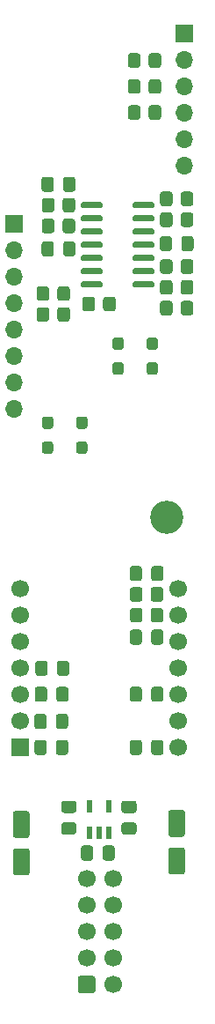
<source format=gts>
G04 #@! TF.GenerationSoftware,KiCad,Pcbnew,7.0.1.1-36-gbcf78dbe24-dirty-deb11*
G04 #@! TF.CreationDate,2023-04-09T19:39:45+00:00*
G04 #@! TF.ProjectId,RP2040-VCO,52503230-3430-42d5-9643-4f2e6b696361,rev?*
G04 #@! TF.SameCoordinates,Original*
G04 #@! TF.FileFunction,Soldermask,Top*
G04 #@! TF.FilePolarity,Negative*
%FSLAX46Y46*%
G04 Gerber Fmt 4.6, Leading zero omitted, Abs format (unit mm)*
G04 Created by KiCad (PCBNEW 7.0.1.1-36-gbcf78dbe24-dirty-deb11) date 2023-04-09 19:39:45*
%MOMM*%
%LPD*%
G01*
G04 APERTURE LIST*
%ADD10C,3.200000*%
%ADD11R,1.700000X1.700000*%
%ADD12O,1.700000X1.700000*%
%ADD13R,0.600000X1.200000*%
%ADD14C,1.700000*%
G04 APERTURE END LIST*
G36*
G01*
X54550000Y-130400000D02*
X53450000Y-130400000D01*
G75*
G02*
X53200000Y-130150000I0J250000D01*
G01*
X53200000Y-128050000D01*
G75*
G02*
X53450000Y-127800000I250000J0D01*
G01*
X54550000Y-127800000D01*
G75*
G02*
X54800000Y-128050000I0J-250000D01*
G01*
X54800000Y-130150000D01*
G75*
G02*
X54550000Y-130400000I-250000J0D01*
G01*
G37*
G36*
G01*
X54550000Y-126800000D02*
X53450000Y-126800000D01*
G75*
G02*
X53200000Y-126550000I0J250000D01*
G01*
X53200000Y-124450000D01*
G75*
G02*
X53450000Y-124200000I250000J0D01*
G01*
X54550000Y-124200000D01*
G75*
G02*
X54800000Y-124450000I0J-250000D01*
G01*
X54800000Y-126550000D01*
G75*
G02*
X54550000Y-126800000I-250000J0D01*
G01*
G37*
G36*
G01*
X68450000Y-124100000D02*
X69550000Y-124100000D01*
G75*
G02*
X69800000Y-124350000I0J-250000D01*
G01*
X69800000Y-126450000D01*
G75*
G02*
X69550000Y-126700000I-250000J0D01*
G01*
X68450000Y-126700000D01*
G75*
G02*
X68200000Y-126450000I0J250000D01*
G01*
X68200000Y-124350000D01*
G75*
G02*
X68450000Y-124100000I250000J0D01*
G01*
G37*
G36*
G01*
X68450000Y-127700000D02*
X69550000Y-127700000D01*
G75*
G02*
X69800000Y-127950000I0J-250000D01*
G01*
X69800000Y-130050000D01*
G75*
G02*
X69550000Y-130300000I-250000J0D01*
G01*
X68450000Y-130300000D01*
G75*
G02*
X68200000Y-130050000I0J250000D01*
G01*
X68200000Y-127950000D01*
G75*
G02*
X68450000Y-127700000I250000J0D01*
G01*
G37*
G36*
G01*
X67700000Y-104950000D02*
X67700000Y-105850000D01*
G75*
G02*
X67450000Y-106100000I-250000J0D01*
G01*
X66750000Y-106100000D01*
G75*
G02*
X66500000Y-105850000I0J250000D01*
G01*
X66500000Y-104950000D01*
G75*
G02*
X66750000Y-104700000I250000J0D01*
G01*
X67450000Y-104700000D01*
G75*
G02*
X67700000Y-104950000I0J-250000D01*
G01*
G37*
G36*
G01*
X65700000Y-104950000D02*
X65700000Y-105850000D01*
G75*
G02*
X65450000Y-106100000I-250000J0D01*
G01*
X64750000Y-106100000D01*
G75*
G02*
X64500000Y-105850000I0J250000D01*
G01*
X64500000Y-104950000D01*
G75*
G02*
X64750000Y-104700000I250000J0D01*
G01*
X65450000Y-104700000D01*
G75*
G02*
X65700000Y-104950000I0J-250000D01*
G01*
G37*
D10*
X68000000Y-96000000D03*
G36*
G01*
X67400000Y-65850000D02*
X67400000Y-64950000D01*
G75*
G02*
X67650000Y-64700000I250000J0D01*
G01*
X68350000Y-64700000D01*
G75*
G02*
X68600000Y-64950000I0J-250000D01*
G01*
X68600000Y-65850000D01*
G75*
G02*
X68350000Y-66100000I-250000J0D01*
G01*
X67650000Y-66100000D01*
G75*
G02*
X67400000Y-65850000I0J250000D01*
G01*
G37*
G36*
G01*
X69400000Y-65850000D02*
X69400000Y-64950000D01*
G75*
G02*
X69650000Y-64700000I250000J0D01*
G01*
X70350000Y-64700000D01*
G75*
G02*
X70600000Y-64950000I0J-250000D01*
G01*
X70600000Y-65850000D01*
G75*
G02*
X70350000Y-66100000I-250000J0D01*
G01*
X69650000Y-66100000D01*
G75*
G02*
X69400000Y-65850000I0J250000D01*
G01*
G37*
G36*
G01*
X67700000Y-102950000D02*
X67700000Y-103850000D01*
G75*
G02*
X67450000Y-104100000I-250000J0D01*
G01*
X66750000Y-104100000D01*
G75*
G02*
X66500000Y-103850000I0J250000D01*
G01*
X66500000Y-102950000D01*
G75*
G02*
X66750000Y-102700000I250000J0D01*
G01*
X67450000Y-102700000D01*
G75*
G02*
X67700000Y-102950000I0J-250000D01*
G01*
G37*
G36*
G01*
X65700000Y-102950000D02*
X65700000Y-103850000D01*
G75*
G02*
X65450000Y-104100000I-250000J0D01*
G01*
X64750000Y-104100000D01*
G75*
G02*
X64500000Y-103850000I0J250000D01*
G01*
X64500000Y-102950000D01*
G75*
G02*
X64750000Y-102700000I250000J0D01*
G01*
X65450000Y-102700000D01*
G75*
G02*
X65700000Y-102950000I0J-250000D01*
G01*
G37*
G36*
G01*
X67400000Y-72350000D02*
X67400000Y-71450000D01*
G75*
G02*
X67650000Y-71200000I250000J0D01*
G01*
X68350000Y-71200000D01*
G75*
G02*
X68600000Y-71450000I0J-250000D01*
G01*
X68600000Y-72350000D01*
G75*
G02*
X68350000Y-72600000I-250000J0D01*
G01*
X67650000Y-72600000D01*
G75*
G02*
X67400000Y-72350000I0J250000D01*
G01*
G37*
G36*
G01*
X69400000Y-72350000D02*
X69400000Y-71450000D01*
G75*
G02*
X69650000Y-71200000I250000J0D01*
G01*
X70350000Y-71200000D01*
G75*
G02*
X70600000Y-71450000I0J-250000D01*
G01*
X70600000Y-72350000D01*
G75*
G02*
X70350000Y-72600000I-250000J0D01*
G01*
X69650000Y-72600000D01*
G75*
G02*
X69400000Y-72350000I0J250000D01*
G01*
G37*
G36*
G01*
X67725000Y-117625000D02*
X67725000Y-118575000D01*
G75*
G02*
X67475000Y-118825000I-250000J0D01*
G01*
X66800000Y-118825000D01*
G75*
G02*
X66550000Y-118575000I0J250000D01*
G01*
X66550000Y-117625000D01*
G75*
G02*
X66800000Y-117375000I250000J0D01*
G01*
X67475000Y-117375000D01*
G75*
G02*
X67725000Y-117625000I0J-250000D01*
G01*
G37*
G36*
G01*
X65650000Y-117625000D02*
X65650000Y-118575000D01*
G75*
G02*
X65400000Y-118825000I-250000J0D01*
G01*
X64725000Y-118825000D01*
G75*
G02*
X64475000Y-118575000I0J250000D01*
G01*
X64475000Y-117625000D01*
G75*
G02*
X64725000Y-117375000I250000J0D01*
G01*
X65400000Y-117375000D01*
G75*
G02*
X65650000Y-117625000I0J-250000D01*
G01*
G37*
G36*
G01*
X67200000Y-78975000D02*
X67200000Y-79625000D01*
G75*
G02*
X66925000Y-79900000I-275000J0D01*
G01*
X66375000Y-79900000D01*
G75*
G02*
X66100000Y-79625000I0J275000D01*
G01*
X66100000Y-78975000D01*
G75*
G02*
X66375000Y-78700000I275000J0D01*
G01*
X66925000Y-78700000D01*
G75*
G02*
X67200000Y-78975000I0J-275000D01*
G01*
G37*
G36*
G01*
X63900000Y-78975000D02*
X63900000Y-79625000D01*
G75*
G02*
X63625000Y-79900000I-275000J0D01*
G01*
X63075000Y-79900000D01*
G75*
G02*
X62800000Y-79625000I0J275000D01*
G01*
X62800000Y-78975000D01*
G75*
G02*
X63075000Y-78700000I275000J0D01*
G01*
X63625000Y-78700000D01*
G75*
G02*
X63900000Y-78975000I0J-275000D01*
G01*
G37*
G36*
G01*
X59775000Y-128725000D02*
X59775000Y-127775000D01*
G75*
G02*
X60025000Y-127525000I250000J0D01*
G01*
X60700000Y-127525000D01*
G75*
G02*
X60950000Y-127775000I0J-250000D01*
G01*
X60950000Y-128725000D01*
G75*
G02*
X60700000Y-128975000I-250000J0D01*
G01*
X60025000Y-128975000D01*
G75*
G02*
X59775000Y-128725000I0J250000D01*
G01*
G37*
G36*
G01*
X61850000Y-128725000D02*
X61850000Y-127775000D01*
G75*
G02*
X62100000Y-127525000I250000J0D01*
G01*
X62775000Y-127525000D01*
G75*
G02*
X63025000Y-127775000I0J-250000D01*
G01*
X63025000Y-128725000D01*
G75*
G02*
X62775000Y-128975000I-250000J0D01*
G01*
X62100000Y-128975000D01*
G75*
G02*
X61850000Y-128725000I0J250000D01*
G01*
G37*
G36*
G01*
X55275000Y-116075000D02*
X55275000Y-115125000D01*
G75*
G02*
X55525000Y-114875000I250000J0D01*
G01*
X56200000Y-114875000D01*
G75*
G02*
X56450000Y-115125000I0J-250000D01*
G01*
X56450000Y-116075000D01*
G75*
G02*
X56200000Y-116325000I-250000J0D01*
G01*
X55525000Y-116325000D01*
G75*
G02*
X55275000Y-116075000I0J250000D01*
G01*
G37*
G36*
G01*
X57350000Y-116075000D02*
X57350000Y-115125000D01*
G75*
G02*
X57600000Y-114875000I250000J0D01*
G01*
X58275000Y-114875000D01*
G75*
G02*
X58525000Y-115125000I0J-250000D01*
G01*
X58525000Y-116075000D01*
G75*
G02*
X58275000Y-116325000I-250000J0D01*
G01*
X57600000Y-116325000D01*
G75*
G02*
X57350000Y-116075000I0J250000D01*
G01*
G37*
D11*
X69700000Y-49500000D03*
D12*
X69700000Y-52040000D03*
X69700000Y-54580000D03*
X69700000Y-57120000D03*
X69700000Y-59660000D03*
X69700000Y-62200000D03*
G36*
G01*
X64475000Y-101875000D02*
X64475000Y-100925000D01*
G75*
G02*
X64725000Y-100675000I250000J0D01*
G01*
X65400000Y-100675000D01*
G75*
G02*
X65650000Y-100925000I0J-250000D01*
G01*
X65650000Y-101875000D01*
G75*
G02*
X65400000Y-102125000I-250000J0D01*
G01*
X64725000Y-102125000D01*
G75*
G02*
X64475000Y-101875000I0J250000D01*
G01*
G37*
G36*
G01*
X66550000Y-101875000D02*
X66550000Y-100925000D01*
G75*
G02*
X66800000Y-100675000I250000J0D01*
G01*
X67475000Y-100675000D01*
G75*
G02*
X67725000Y-100925000I0J-250000D01*
G01*
X67725000Y-101875000D01*
G75*
G02*
X67475000Y-102125000I-250000J0D01*
G01*
X66800000Y-102125000D01*
G75*
G02*
X66550000Y-101875000I0J250000D01*
G01*
G37*
G36*
G01*
X60400000Y-88975000D02*
X60400000Y-89625000D01*
G75*
G02*
X60125000Y-89900000I-275000J0D01*
G01*
X59575000Y-89900000D01*
G75*
G02*
X59300000Y-89625000I0J275000D01*
G01*
X59300000Y-88975000D01*
G75*
G02*
X59575000Y-88700000I275000J0D01*
G01*
X60125000Y-88700000D01*
G75*
G02*
X60400000Y-88975000I0J-275000D01*
G01*
G37*
G36*
G01*
X57100000Y-88975000D02*
X57100000Y-89625000D01*
G75*
G02*
X56825000Y-89900000I-275000J0D01*
G01*
X56275000Y-89900000D01*
G75*
G02*
X56000000Y-89625000I0J275000D01*
G01*
X56000000Y-88975000D01*
G75*
G02*
X56275000Y-88700000I275000J0D01*
G01*
X56825000Y-88700000D01*
G75*
G02*
X57100000Y-88975000I0J-275000D01*
G01*
G37*
G36*
G01*
X55975000Y-64475000D02*
X55975000Y-63525000D01*
G75*
G02*
X56225000Y-63275000I250000J0D01*
G01*
X56900000Y-63275000D01*
G75*
G02*
X57150000Y-63525000I0J-250000D01*
G01*
X57150000Y-64475000D01*
G75*
G02*
X56900000Y-64725000I-250000J0D01*
G01*
X56225000Y-64725000D01*
G75*
G02*
X55975000Y-64475000I0J250000D01*
G01*
G37*
G36*
G01*
X58050000Y-64475000D02*
X58050000Y-63525000D01*
G75*
G02*
X58300000Y-63275000I250000J0D01*
G01*
X58975000Y-63275000D01*
G75*
G02*
X59225000Y-63525000I0J-250000D01*
G01*
X59225000Y-64475000D01*
G75*
G02*
X58975000Y-64725000I-250000J0D01*
G01*
X58300000Y-64725000D01*
G75*
G02*
X58050000Y-64475000I0J250000D01*
G01*
G37*
G36*
G01*
X70600000Y-75450000D02*
X70600000Y-76350000D01*
G75*
G02*
X70350000Y-76600000I-250000J0D01*
G01*
X69650000Y-76600000D01*
G75*
G02*
X69400000Y-76350000I0J250000D01*
G01*
X69400000Y-75450000D01*
G75*
G02*
X69650000Y-75200000I250000J0D01*
G01*
X70350000Y-75200000D01*
G75*
G02*
X70600000Y-75450000I0J-250000D01*
G01*
G37*
G36*
G01*
X68600000Y-75450000D02*
X68600000Y-76350000D01*
G75*
G02*
X68350000Y-76600000I-250000J0D01*
G01*
X67650000Y-76600000D01*
G75*
G02*
X67400000Y-76350000I0J250000D01*
G01*
X67400000Y-75450000D01*
G75*
G02*
X67650000Y-75200000I250000J0D01*
G01*
X68350000Y-75200000D01*
G75*
G02*
X68600000Y-75450000I0J-250000D01*
G01*
G37*
G36*
G01*
X55500000Y-76950000D02*
X55500000Y-76050000D01*
G75*
G02*
X55750000Y-75800000I250000J0D01*
G01*
X56450000Y-75800000D01*
G75*
G02*
X56700000Y-76050000I0J-250000D01*
G01*
X56700000Y-76950000D01*
G75*
G02*
X56450000Y-77200000I-250000J0D01*
G01*
X55750000Y-77200000D01*
G75*
G02*
X55500000Y-76950000I0J250000D01*
G01*
G37*
G36*
G01*
X57500000Y-76950000D02*
X57500000Y-76050000D01*
G75*
G02*
X57750000Y-75800000I250000J0D01*
G01*
X58450000Y-75800000D01*
G75*
G02*
X58700000Y-76050000I0J-250000D01*
G01*
X58700000Y-76950000D01*
G75*
G02*
X58450000Y-77200000I-250000J0D01*
G01*
X57750000Y-77200000D01*
G75*
G02*
X57500000Y-76950000I0J250000D01*
G01*
G37*
G36*
G01*
X59775000Y-66140000D02*
X59775000Y-65840000D01*
G75*
G02*
X59925000Y-65690000I150000J0D01*
G01*
X61675000Y-65690000D01*
G75*
G02*
X61825000Y-65840000I0J-150000D01*
G01*
X61825000Y-66140000D01*
G75*
G02*
X61675000Y-66290000I-150000J0D01*
G01*
X59925000Y-66290000D01*
G75*
G02*
X59775000Y-66140000I0J150000D01*
G01*
G37*
G36*
G01*
X59775000Y-67410000D02*
X59775000Y-67110000D01*
G75*
G02*
X59925000Y-66960000I150000J0D01*
G01*
X61675000Y-66960000D01*
G75*
G02*
X61825000Y-67110000I0J-150000D01*
G01*
X61825000Y-67410000D01*
G75*
G02*
X61675000Y-67560000I-150000J0D01*
G01*
X59925000Y-67560000D01*
G75*
G02*
X59775000Y-67410000I0J150000D01*
G01*
G37*
G36*
G01*
X59775000Y-68680000D02*
X59775000Y-68380000D01*
G75*
G02*
X59925000Y-68230000I150000J0D01*
G01*
X61675000Y-68230000D01*
G75*
G02*
X61825000Y-68380000I0J-150000D01*
G01*
X61825000Y-68680000D01*
G75*
G02*
X61675000Y-68830000I-150000J0D01*
G01*
X59925000Y-68830000D01*
G75*
G02*
X59775000Y-68680000I0J150000D01*
G01*
G37*
G36*
G01*
X59775000Y-69950000D02*
X59775000Y-69650000D01*
G75*
G02*
X59925000Y-69500000I150000J0D01*
G01*
X61675000Y-69500000D01*
G75*
G02*
X61825000Y-69650000I0J-150000D01*
G01*
X61825000Y-69950000D01*
G75*
G02*
X61675000Y-70100000I-150000J0D01*
G01*
X59925000Y-70100000D01*
G75*
G02*
X59775000Y-69950000I0J150000D01*
G01*
G37*
G36*
G01*
X59775000Y-71220000D02*
X59775000Y-70920000D01*
G75*
G02*
X59925000Y-70770000I150000J0D01*
G01*
X61675000Y-70770000D01*
G75*
G02*
X61825000Y-70920000I0J-150000D01*
G01*
X61825000Y-71220000D01*
G75*
G02*
X61675000Y-71370000I-150000J0D01*
G01*
X59925000Y-71370000D01*
G75*
G02*
X59775000Y-71220000I0J150000D01*
G01*
G37*
G36*
G01*
X59775000Y-72490000D02*
X59775000Y-72190000D01*
G75*
G02*
X59925000Y-72040000I150000J0D01*
G01*
X61675000Y-72040000D01*
G75*
G02*
X61825000Y-72190000I0J-150000D01*
G01*
X61825000Y-72490000D01*
G75*
G02*
X61675000Y-72640000I-150000J0D01*
G01*
X59925000Y-72640000D01*
G75*
G02*
X59775000Y-72490000I0J150000D01*
G01*
G37*
G36*
G01*
X59775000Y-73760000D02*
X59775000Y-73460000D01*
G75*
G02*
X59925000Y-73310000I150000J0D01*
G01*
X61675000Y-73310000D01*
G75*
G02*
X61825000Y-73460000I0J-150000D01*
G01*
X61825000Y-73760000D01*
G75*
G02*
X61675000Y-73910000I-150000J0D01*
G01*
X59925000Y-73910000D01*
G75*
G02*
X59775000Y-73760000I0J150000D01*
G01*
G37*
G36*
G01*
X64775000Y-73760000D02*
X64775000Y-73460000D01*
G75*
G02*
X64925000Y-73310000I150000J0D01*
G01*
X66675000Y-73310000D01*
G75*
G02*
X66825000Y-73460000I0J-150000D01*
G01*
X66825000Y-73760000D01*
G75*
G02*
X66675000Y-73910000I-150000J0D01*
G01*
X64925000Y-73910000D01*
G75*
G02*
X64775000Y-73760000I0J150000D01*
G01*
G37*
G36*
G01*
X64775000Y-72490000D02*
X64775000Y-72190000D01*
G75*
G02*
X64925000Y-72040000I150000J0D01*
G01*
X66675000Y-72040000D01*
G75*
G02*
X66825000Y-72190000I0J-150000D01*
G01*
X66825000Y-72490000D01*
G75*
G02*
X66675000Y-72640000I-150000J0D01*
G01*
X64925000Y-72640000D01*
G75*
G02*
X64775000Y-72490000I0J150000D01*
G01*
G37*
G36*
G01*
X64775000Y-71220000D02*
X64775000Y-70920000D01*
G75*
G02*
X64925000Y-70770000I150000J0D01*
G01*
X66675000Y-70770000D01*
G75*
G02*
X66825000Y-70920000I0J-150000D01*
G01*
X66825000Y-71220000D01*
G75*
G02*
X66675000Y-71370000I-150000J0D01*
G01*
X64925000Y-71370000D01*
G75*
G02*
X64775000Y-71220000I0J150000D01*
G01*
G37*
G36*
G01*
X64775000Y-69950000D02*
X64775000Y-69650000D01*
G75*
G02*
X64925000Y-69500000I150000J0D01*
G01*
X66675000Y-69500000D01*
G75*
G02*
X66825000Y-69650000I0J-150000D01*
G01*
X66825000Y-69950000D01*
G75*
G02*
X66675000Y-70100000I-150000J0D01*
G01*
X64925000Y-70100000D01*
G75*
G02*
X64775000Y-69950000I0J150000D01*
G01*
G37*
G36*
G01*
X64775000Y-68680000D02*
X64775000Y-68380000D01*
G75*
G02*
X64925000Y-68230000I150000J0D01*
G01*
X66675000Y-68230000D01*
G75*
G02*
X66825000Y-68380000I0J-150000D01*
G01*
X66825000Y-68680000D01*
G75*
G02*
X66675000Y-68830000I-150000J0D01*
G01*
X64925000Y-68830000D01*
G75*
G02*
X64775000Y-68680000I0J150000D01*
G01*
G37*
G36*
G01*
X64775000Y-67410000D02*
X64775000Y-67110000D01*
G75*
G02*
X64925000Y-66960000I150000J0D01*
G01*
X66675000Y-66960000D01*
G75*
G02*
X66825000Y-67110000I0J-150000D01*
G01*
X66825000Y-67410000D01*
G75*
G02*
X66675000Y-67560000I-150000J0D01*
G01*
X64925000Y-67560000D01*
G75*
G02*
X64775000Y-67410000I0J150000D01*
G01*
G37*
G36*
G01*
X64775000Y-66140000D02*
X64775000Y-65840000D01*
G75*
G02*
X64925000Y-65690000I150000J0D01*
G01*
X66675000Y-65690000D01*
G75*
G02*
X66825000Y-65840000I0J-150000D01*
G01*
X66825000Y-66140000D01*
G75*
G02*
X66675000Y-66290000I-150000J0D01*
G01*
X64925000Y-66290000D01*
G75*
G02*
X64775000Y-66140000I0J150000D01*
G01*
G37*
G36*
G01*
X64475000Y-107975000D02*
X64475000Y-107025000D01*
G75*
G02*
X64725000Y-106775000I250000J0D01*
G01*
X65400000Y-106775000D01*
G75*
G02*
X65650000Y-107025000I0J-250000D01*
G01*
X65650000Y-107975000D01*
G75*
G02*
X65400000Y-108225000I-250000J0D01*
G01*
X64725000Y-108225000D01*
G75*
G02*
X64475000Y-107975000I0J250000D01*
G01*
G37*
G36*
G01*
X66550000Y-107975000D02*
X66550000Y-107025000D01*
G75*
G02*
X66800000Y-106775000I250000J0D01*
G01*
X67475000Y-106775000D01*
G75*
G02*
X67725000Y-107025000I0J-250000D01*
G01*
X67725000Y-107975000D01*
G75*
G02*
X67475000Y-108225000I-250000J0D01*
G01*
X66800000Y-108225000D01*
G75*
G02*
X66550000Y-107975000I0J250000D01*
G01*
G37*
G36*
G01*
X58125000Y-123225000D02*
X59075000Y-123225000D01*
G75*
G02*
X59325000Y-123475000I0J-250000D01*
G01*
X59325000Y-124150000D01*
G75*
G02*
X59075000Y-124400000I-250000J0D01*
G01*
X58125000Y-124400000D01*
G75*
G02*
X57875000Y-124150000I0J250000D01*
G01*
X57875000Y-123475000D01*
G75*
G02*
X58125000Y-123225000I250000J0D01*
G01*
G37*
G36*
G01*
X58125000Y-125300000D02*
X59075000Y-125300000D01*
G75*
G02*
X59325000Y-125550000I0J-250000D01*
G01*
X59325000Y-126225000D01*
G75*
G02*
X59075000Y-126475000I-250000J0D01*
G01*
X58125000Y-126475000D01*
G75*
G02*
X57875000Y-126225000I0J250000D01*
G01*
X57875000Y-125550000D01*
G75*
G02*
X58125000Y-125300000I250000J0D01*
G01*
G37*
G36*
G01*
X55500000Y-74950000D02*
X55500000Y-74050000D01*
G75*
G02*
X55750000Y-73800000I250000J0D01*
G01*
X56450000Y-73800000D01*
G75*
G02*
X56700000Y-74050000I0J-250000D01*
G01*
X56700000Y-74950000D01*
G75*
G02*
X56450000Y-75200000I-250000J0D01*
G01*
X55750000Y-75200000D01*
G75*
G02*
X55500000Y-74950000I0J250000D01*
G01*
G37*
G36*
G01*
X57500000Y-74950000D02*
X57500000Y-74050000D01*
G75*
G02*
X57750000Y-73800000I250000J0D01*
G01*
X58450000Y-73800000D01*
G75*
G02*
X58700000Y-74050000I0J-250000D01*
G01*
X58700000Y-74950000D01*
G75*
G02*
X58450000Y-75200000I-250000J0D01*
G01*
X57750000Y-75200000D01*
G75*
G02*
X57500000Y-74950000I0J250000D01*
G01*
G37*
G36*
G01*
X56000000Y-68450000D02*
X56000000Y-67550000D01*
G75*
G02*
X56250000Y-67300000I250000J0D01*
G01*
X56950000Y-67300000D01*
G75*
G02*
X57200000Y-67550000I0J-250000D01*
G01*
X57200000Y-68450000D01*
G75*
G02*
X56950000Y-68700000I-250000J0D01*
G01*
X56250000Y-68700000D01*
G75*
G02*
X56000000Y-68450000I0J250000D01*
G01*
G37*
G36*
G01*
X58000000Y-68450000D02*
X58000000Y-67550000D01*
G75*
G02*
X58250000Y-67300000I250000J0D01*
G01*
X58950000Y-67300000D01*
G75*
G02*
X59200000Y-67550000I0J-250000D01*
G01*
X59200000Y-68450000D01*
G75*
G02*
X58950000Y-68700000I-250000J0D01*
G01*
X58250000Y-68700000D01*
G75*
G02*
X58000000Y-68450000I0J250000D01*
G01*
G37*
G36*
G01*
X67400000Y-74350000D02*
X67400000Y-73450000D01*
G75*
G02*
X67650000Y-73200000I250000J0D01*
G01*
X68350000Y-73200000D01*
G75*
G02*
X68600000Y-73450000I0J-250000D01*
G01*
X68600000Y-74350000D01*
G75*
G02*
X68350000Y-74600000I-250000J0D01*
G01*
X67650000Y-74600000D01*
G75*
G02*
X67400000Y-74350000I0J250000D01*
G01*
G37*
G36*
G01*
X69400000Y-74350000D02*
X69400000Y-73450000D01*
G75*
G02*
X69650000Y-73200000I250000J0D01*
G01*
X70350000Y-73200000D01*
G75*
G02*
X70600000Y-73450000I0J-250000D01*
G01*
X70600000Y-74350000D01*
G75*
G02*
X70350000Y-74600000I-250000J0D01*
G01*
X69650000Y-74600000D01*
G75*
G02*
X69400000Y-74350000I0J250000D01*
G01*
G37*
G36*
G01*
X70625000Y-69225000D02*
X70625000Y-70175000D01*
G75*
G02*
X70375000Y-70425000I-250000J0D01*
G01*
X69700000Y-70425000D01*
G75*
G02*
X69450000Y-70175000I0J250000D01*
G01*
X69450000Y-69225000D01*
G75*
G02*
X69700000Y-68975000I250000J0D01*
G01*
X70375000Y-68975000D01*
G75*
G02*
X70625000Y-69225000I0J-250000D01*
G01*
G37*
G36*
G01*
X68550000Y-69225000D02*
X68550000Y-70175000D01*
G75*
G02*
X68300000Y-70425000I-250000J0D01*
G01*
X67625000Y-70425000D01*
G75*
G02*
X67375000Y-70175000I0J250000D01*
G01*
X67375000Y-69225000D01*
G75*
G02*
X67625000Y-68975000I250000J0D01*
G01*
X68300000Y-68975000D01*
G75*
G02*
X68550000Y-69225000I0J-250000D01*
G01*
G37*
D11*
X53300000Y-67800000D03*
D12*
X53300000Y-70340000D03*
X53300000Y-72880000D03*
X53300000Y-75420000D03*
X53300000Y-77960000D03*
X53300000Y-80500000D03*
X53300000Y-83040000D03*
X53300000Y-85580000D03*
G36*
G01*
X55312500Y-113475000D02*
X55312500Y-112525000D01*
G75*
G02*
X55562500Y-112275000I250000J0D01*
G01*
X56237500Y-112275000D01*
G75*
G02*
X56487500Y-112525000I0J-250000D01*
G01*
X56487500Y-113475000D01*
G75*
G02*
X56237500Y-113725000I-250000J0D01*
G01*
X55562500Y-113725000D01*
G75*
G02*
X55312500Y-113475000I0J250000D01*
G01*
G37*
G36*
G01*
X57387500Y-113475000D02*
X57387500Y-112525000D01*
G75*
G02*
X57637500Y-112275000I250000J0D01*
G01*
X58312500Y-112275000D01*
G75*
G02*
X58562500Y-112525000I0J-250000D01*
G01*
X58562500Y-113475000D01*
G75*
G02*
X58312500Y-113725000I-250000J0D01*
G01*
X57637500Y-113725000D01*
G75*
G02*
X57387500Y-113475000I0J250000D01*
G01*
G37*
G36*
G01*
X67500000Y-56650000D02*
X67500000Y-57550000D01*
G75*
G02*
X67250000Y-57800000I-250000J0D01*
G01*
X66550000Y-57800000D01*
G75*
G02*
X66300000Y-57550000I0J250000D01*
G01*
X66300000Y-56650000D01*
G75*
G02*
X66550000Y-56400000I250000J0D01*
G01*
X67250000Y-56400000D01*
G75*
G02*
X67500000Y-56650000I0J-250000D01*
G01*
G37*
G36*
G01*
X65500000Y-56650000D02*
X65500000Y-57550000D01*
G75*
G02*
X65250000Y-57800000I-250000J0D01*
G01*
X64550000Y-57800000D01*
G75*
G02*
X64300000Y-57550000I0J250000D01*
G01*
X64300000Y-56650000D01*
G75*
G02*
X64550000Y-56400000I250000J0D01*
G01*
X65250000Y-56400000D01*
G75*
G02*
X65500000Y-56650000I0J-250000D01*
G01*
G37*
G36*
G01*
X67200000Y-81375000D02*
X67200000Y-82025000D01*
G75*
G02*
X66925000Y-82300000I-275000J0D01*
G01*
X66375000Y-82300000D01*
G75*
G02*
X66100000Y-82025000I0J275000D01*
G01*
X66100000Y-81375000D01*
G75*
G02*
X66375000Y-81100000I275000J0D01*
G01*
X66925000Y-81100000D01*
G75*
G02*
X67200000Y-81375000I0J-275000D01*
G01*
G37*
G36*
G01*
X63900000Y-81375000D02*
X63900000Y-82025000D01*
G75*
G02*
X63625000Y-82300000I-275000J0D01*
G01*
X63075000Y-82300000D01*
G75*
G02*
X62800000Y-82025000I0J275000D01*
G01*
X62800000Y-81375000D01*
G75*
G02*
X63075000Y-81100000I275000J0D01*
G01*
X63625000Y-81100000D01*
G75*
G02*
X63900000Y-81375000I0J-275000D01*
G01*
G37*
G36*
G01*
X59900000Y-75950000D02*
X59900000Y-75050000D01*
G75*
G02*
X60150000Y-74800000I250000J0D01*
G01*
X60850000Y-74800000D01*
G75*
G02*
X61100000Y-75050000I0J-250000D01*
G01*
X61100000Y-75950000D01*
G75*
G02*
X60850000Y-76200000I-250000J0D01*
G01*
X60150000Y-76200000D01*
G75*
G02*
X59900000Y-75950000I0J250000D01*
G01*
G37*
G36*
G01*
X61900000Y-75950000D02*
X61900000Y-75050000D01*
G75*
G02*
X62150000Y-74800000I250000J0D01*
G01*
X62850000Y-74800000D01*
G75*
G02*
X63100000Y-75050000I0J-250000D01*
G01*
X63100000Y-75950000D01*
G75*
G02*
X62850000Y-76200000I-250000J0D01*
G01*
X62150000Y-76200000D01*
G75*
G02*
X61900000Y-75950000I0J250000D01*
G01*
G37*
G36*
G01*
X56000000Y-66450000D02*
X56000000Y-65550000D01*
G75*
G02*
X56250000Y-65300000I250000J0D01*
G01*
X56950000Y-65300000D01*
G75*
G02*
X57200000Y-65550000I0J-250000D01*
G01*
X57200000Y-66450000D01*
G75*
G02*
X56950000Y-66700000I-250000J0D01*
G01*
X56250000Y-66700000D01*
G75*
G02*
X56000000Y-66450000I0J250000D01*
G01*
G37*
G36*
G01*
X58000000Y-66450000D02*
X58000000Y-65550000D01*
G75*
G02*
X58250000Y-65300000I250000J0D01*
G01*
X58950000Y-65300000D01*
G75*
G02*
X59200000Y-65550000I0J-250000D01*
G01*
X59200000Y-66450000D01*
G75*
G02*
X58950000Y-66700000I-250000J0D01*
G01*
X58250000Y-66700000D01*
G75*
G02*
X58000000Y-66450000I0J250000D01*
G01*
G37*
G36*
G01*
X55375000Y-110975000D02*
X55375000Y-110025000D01*
G75*
G02*
X55625000Y-109775000I250000J0D01*
G01*
X56300000Y-109775000D01*
G75*
G02*
X56550000Y-110025000I0J-250000D01*
G01*
X56550000Y-110975000D01*
G75*
G02*
X56300000Y-111225000I-250000J0D01*
G01*
X55625000Y-111225000D01*
G75*
G02*
X55375000Y-110975000I0J250000D01*
G01*
G37*
G36*
G01*
X57450000Y-110975000D02*
X57450000Y-110025000D01*
G75*
G02*
X57700000Y-109775000I250000J0D01*
G01*
X58375000Y-109775000D01*
G75*
G02*
X58625000Y-110025000I0J-250000D01*
G01*
X58625000Y-110975000D01*
G75*
G02*
X58375000Y-111225000I-250000J0D01*
G01*
X57700000Y-111225000D01*
G75*
G02*
X57450000Y-110975000I0J250000D01*
G01*
G37*
G36*
G01*
X55275000Y-118575000D02*
X55275000Y-117625000D01*
G75*
G02*
X55525000Y-117375000I250000J0D01*
G01*
X56200000Y-117375000D01*
G75*
G02*
X56450000Y-117625000I0J-250000D01*
G01*
X56450000Y-118575000D01*
G75*
G02*
X56200000Y-118825000I-250000J0D01*
G01*
X55525000Y-118825000D01*
G75*
G02*
X55275000Y-118575000I0J250000D01*
G01*
G37*
G36*
G01*
X57350000Y-118575000D02*
X57350000Y-117625000D01*
G75*
G02*
X57600000Y-117375000I250000J0D01*
G01*
X58275000Y-117375000D01*
G75*
G02*
X58525000Y-117625000I0J-250000D01*
G01*
X58525000Y-118575000D01*
G75*
G02*
X58275000Y-118825000I-250000J0D01*
G01*
X57600000Y-118825000D01*
G75*
G02*
X57350000Y-118575000I0J250000D01*
G01*
G37*
G36*
G01*
X60400000Y-86575000D02*
X60400000Y-87225000D01*
G75*
G02*
X60125000Y-87500000I-275000J0D01*
G01*
X59575000Y-87500000D01*
G75*
G02*
X59300000Y-87225000I0J275000D01*
G01*
X59300000Y-86575000D01*
G75*
G02*
X59575000Y-86300000I275000J0D01*
G01*
X60125000Y-86300000D01*
G75*
G02*
X60400000Y-86575000I0J-275000D01*
G01*
G37*
G36*
G01*
X57100000Y-86575000D02*
X57100000Y-87225000D01*
G75*
G02*
X56825000Y-87500000I-275000J0D01*
G01*
X56275000Y-87500000D01*
G75*
G02*
X56000000Y-87225000I0J275000D01*
G01*
X56000000Y-86575000D01*
G75*
G02*
X56275000Y-86300000I275000J0D01*
G01*
X56825000Y-86300000D01*
G75*
G02*
X57100000Y-86575000I0J-275000D01*
G01*
G37*
G36*
G01*
X67500000Y-54150000D02*
X67500000Y-55050000D01*
G75*
G02*
X67250000Y-55300000I-250000J0D01*
G01*
X66550000Y-55300000D01*
G75*
G02*
X66300000Y-55050000I0J250000D01*
G01*
X66300000Y-54150000D01*
G75*
G02*
X66550000Y-53900000I250000J0D01*
G01*
X67250000Y-53900000D01*
G75*
G02*
X67500000Y-54150000I0J-250000D01*
G01*
G37*
G36*
G01*
X65500000Y-54150000D02*
X65500000Y-55050000D01*
G75*
G02*
X65250000Y-55300000I-250000J0D01*
G01*
X64550000Y-55300000D01*
G75*
G02*
X64300000Y-55050000I0J250000D01*
G01*
X64300000Y-54150000D01*
G75*
G02*
X64550000Y-53900000I250000J0D01*
G01*
X65250000Y-53900000D01*
G75*
G02*
X65500000Y-54150000I0J-250000D01*
G01*
G37*
G36*
G01*
X63925000Y-123225000D02*
X64875000Y-123225000D01*
G75*
G02*
X65125000Y-123475000I0J-250000D01*
G01*
X65125000Y-124150000D01*
G75*
G02*
X64875000Y-124400000I-250000J0D01*
G01*
X63925000Y-124400000D01*
G75*
G02*
X63675000Y-124150000I0J250000D01*
G01*
X63675000Y-123475000D01*
G75*
G02*
X63925000Y-123225000I250000J0D01*
G01*
G37*
G36*
G01*
X63925000Y-125300000D02*
X64875000Y-125300000D01*
G75*
G02*
X65125000Y-125550000I0J-250000D01*
G01*
X65125000Y-126225000D01*
G75*
G02*
X64875000Y-126475000I-250000J0D01*
G01*
X63925000Y-126475000D01*
G75*
G02*
X63675000Y-126225000I0J250000D01*
G01*
X63675000Y-125550000D01*
G75*
G02*
X63925000Y-125300000I250000J0D01*
G01*
G37*
G36*
G01*
X59225000Y-69725000D02*
X59225000Y-70675000D01*
G75*
G02*
X58975000Y-70925000I-250000J0D01*
G01*
X58300000Y-70925000D01*
G75*
G02*
X58050000Y-70675000I0J250000D01*
G01*
X58050000Y-69725000D01*
G75*
G02*
X58300000Y-69475000I250000J0D01*
G01*
X58975000Y-69475000D01*
G75*
G02*
X59225000Y-69725000I0J-250000D01*
G01*
G37*
G36*
G01*
X57150000Y-69725000D02*
X57150000Y-70675000D01*
G75*
G02*
X56900000Y-70925000I-250000J0D01*
G01*
X56225000Y-70925000D01*
G75*
G02*
X55975000Y-70675000I0J250000D01*
G01*
X55975000Y-69725000D01*
G75*
G02*
X56225000Y-69475000I250000J0D01*
G01*
X56900000Y-69475000D01*
G75*
G02*
X57150000Y-69725000I0J-250000D01*
G01*
G37*
G36*
G01*
X67500000Y-51650000D02*
X67500000Y-52550000D01*
G75*
G02*
X67250000Y-52800000I-250000J0D01*
G01*
X66550000Y-52800000D01*
G75*
G02*
X66300000Y-52550000I0J250000D01*
G01*
X66300000Y-51650000D01*
G75*
G02*
X66550000Y-51400000I250000J0D01*
G01*
X67250000Y-51400000D01*
G75*
G02*
X67500000Y-51650000I0J-250000D01*
G01*
G37*
G36*
G01*
X65500000Y-51650000D02*
X65500000Y-52550000D01*
G75*
G02*
X65250000Y-52800000I-250000J0D01*
G01*
X64550000Y-52800000D01*
G75*
G02*
X64300000Y-52550000I0J250000D01*
G01*
X64300000Y-51650000D01*
G75*
G02*
X64550000Y-51400000I250000J0D01*
G01*
X65250000Y-51400000D01*
G75*
G02*
X65500000Y-51650000I0J-250000D01*
G01*
G37*
G36*
G01*
X67725000Y-112525000D02*
X67725000Y-113475000D01*
G75*
G02*
X67475000Y-113725000I-250000J0D01*
G01*
X66800000Y-113725000D01*
G75*
G02*
X66550000Y-113475000I0J250000D01*
G01*
X66550000Y-112525000D01*
G75*
G02*
X66800000Y-112275000I250000J0D01*
G01*
X67475000Y-112275000D01*
G75*
G02*
X67725000Y-112525000I0J-250000D01*
G01*
G37*
G36*
G01*
X65650000Y-112525000D02*
X65650000Y-113475000D01*
G75*
G02*
X65400000Y-113725000I-250000J0D01*
G01*
X64725000Y-113725000D01*
G75*
G02*
X64475000Y-113475000I0J250000D01*
G01*
X64475000Y-112525000D01*
G75*
G02*
X64725000Y-112275000I250000J0D01*
G01*
X65400000Y-112275000D01*
G75*
G02*
X65650000Y-112525000I0J-250000D01*
G01*
G37*
D13*
X60550000Y-126300000D03*
X61500000Y-126300000D03*
X62450000Y-126300000D03*
X62450000Y-123800000D03*
X60550000Y-123800000D03*
G36*
G01*
X67400000Y-67850000D02*
X67400000Y-66950000D01*
G75*
G02*
X67650000Y-66700000I250000J0D01*
G01*
X68350000Y-66700000D01*
G75*
G02*
X68600000Y-66950000I0J-250000D01*
G01*
X68600000Y-67850000D01*
G75*
G02*
X68350000Y-68100000I-250000J0D01*
G01*
X67650000Y-68100000D01*
G75*
G02*
X67400000Y-67850000I0J250000D01*
G01*
G37*
G36*
G01*
X69400000Y-67850000D02*
X69400000Y-66950000D01*
G75*
G02*
X69650000Y-66700000I250000J0D01*
G01*
X70350000Y-66700000D01*
G75*
G02*
X70600000Y-66950000I0J-250000D01*
G01*
X70600000Y-67850000D01*
G75*
G02*
X70350000Y-68100000I-250000J0D01*
G01*
X69650000Y-68100000D01*
G75*
G02*
X69400000Y-67850000I0J250000D01*
G01*
G37*
G36*
G01*
X59450000Y-141480000D02*
X59450000Y-140280000D01*
G75*
G02*
X59700000Y-140030000I250000J0D01*
G01*
X60900000Y-140030000D01*
G75*
G02*
X61150000Y-140280000I0J-250000D01*
G01*
X61150000Y-141480000D01*
G75*
G02*
X60900000Y-141730000I-250000J0D01*
G01*
X59700000Y-141730000D01*
G75*
G02*
X59450000Y-141480000I0J250000D01*
G01*
G37*
D14*
X62840000Y-140880000D03*
X60300000Y-138340000D03*
X62840000Y-138340000D03*
X60300000Y-135800000D03*
X62840000Y-135800000D03*
X60300000Y-133260000D03*
X62840000Y-133260000D03*
X60300000Y-130720000D03*
X62840000Y-130720000D03*
D11*
X53880000Y-118120000D03*
D14*
X53880000Y-115580000D03*
X53880000Y-113040000D03*
X53880000Y-110500000D03*
X53880000Y-107960000D03*
X53880000Y-105420000D03*
X53880000Y-102880000D03*
X69120000Y-102880000D03*
X69120000Y-105420000D03*
X69120000Y-107960000D03*
X69120000Y-110500000D03*
X69120000Y-113040000D03*
X69120000Y-115580000D03*
X69120000Y-118120000D03*
M02*

</source>
